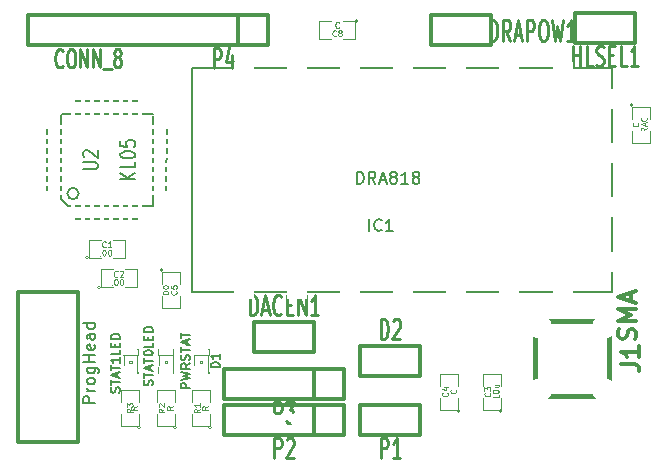
<source format=gto>
G04 (created by PCBNEW (2013-may-18)-stable) date Tue Feb  3 23:34:43 2015*
%MOIN*%
G04 Gerber Fmt 3.4, Leading zero omitted, Abs format*
%FSLAX34Y34*%
G01*
G70*
G90*
G04 APERTURE LIST*
%ADD10C,0.00590551*%
%ADD11C,0.015*%
%ADD12C,0.006*%
%ADD13C,0.0039*%
%ADD14C,0.012*%
%ADD15C,0.0026*%
%ADD16C,0.004*%
%ADD17C,0.002*%
%ADD18C,0.008*%
%ADD19C,0.0043*%
%ADD20C,0.0107*%
%ADD21C,0.01*%
%ADD22C,0.005*%
%ADD23C,0.0787*%
%ADD24R,0.0177X0.0787*%
%ADD25R,0.0787X0.0177*%
%ADD26R,0.055X0.035*%
%ADD27R,0.035X0.055*%
%ADD28R,0.055X0.055*%
%ADD29C,0.055*%
%ADD30R,0.06X0.06*%
%ADD31C,0.06*%
%ADD32R,0.0472X0.0472*%
%ADD33R,0.0708661X0.259843*%
%ADD34R,0.0708661X0.11811*%
%ADD35R,0.11811X0.0708661*%
%ADD36R,0.251968X0.251968*%
G04 APERTURE END LIST*
G54D10*
G54D11*
X150492Y-94862D02*
X150492Y-92382D01*
X150492Y-92382D02*
X152972Y-92382D01*
X152972Y-92382D02*
X152972Y-94862D01*
X152972Y-94862D02*
X150492Y-94862D01*
G54D12*
X137310Y-85027D02*
X137310Y-85477D01*
X135130Y-85027D02*
X135130Y-85467D01*
X137310Y-85027D02*
X135130Y-85027D01*
X137780Y-85907D02*
X138210Y-85907D01*
X137790Y-88117D02*
X138210Y-88117D01*
X138210Y-88127D02*
X138220Y-85907D01*
X134240Y-88107D02*
X134230Y-85937D01*
X134930Y-88537D02*
X137760Y-88537D01*
X134240Y-85927D02*
X134650Y-85927D01*
X134690Y-88287D02*
X134690Y-85507D01*
X137770Y-85487D02*
X134730Y-85487D01*
X137770Y-88537D02*
X137770Y-85537D01*
X135100Y-88987D02*
X137320Y-88987D01*
X137320Y-88987D02*
X137320Y-88537D01*
X134920Y-88533D02*
X134690Y-88303D01*
X135100Y-88985D02*
X135100Y-88533D01*
X134690Y-88107D02*
X134238Y-88107D01*
X135283Y-88125D02*
G75*
G03X135283Y-88125I-188J0D01*
G74*
G01*
G54D13*
X139720Y-95925D02*
G75*
G03X139720Y-95925I-50J0D01*
G74*
G01*
X139670Y-95475D02*
X139670Y-95875D01*
X139670Y-95875D02*
X139070Y-95875D01*
X139070Y-95875D02*
X139070Y-95475D01*
X139070Y-95075D02*
X139070Y-94675D01*
X139070Y-94675D02*
X139670Y-94675D01*
X139670Y-94675D02*
X139670Y-95075D01*
X138538Y-95925D02*
G75*
G03X138538Y-95925I-50J0D01*
G74*
G01*
X138488Y-95475D02*
X138488Y-95875D01*
X138488Y-95875D02*
X137888Y-95875D01*
X137888Y-95875D02*
X137888Y-95475D01*
X137888Y-95075D02*
X137888Y-94675D01*
X137888Y-94675D02*
X138488Y-94675D01*
X138488Y-94675D02*
X138488Y-95075D01*
X137357Y-95925D02*
G75*
G03X137357Y-95925I-50J0D01*
G74*
G01*
X137307Y-95475D02*
X137307Y-95875D01*
X137307Y-95875D02*
X136707Y-95875D01*
X136707Y-95875D02*
X136707Y-95475D01*
X136707Y-95075D02*
X136707Y-94675D01*
X136707Y-94675D02*
X137307Y-94675D01*
X137307Y-94675D02*
X137307Y-95075D01*
X147987Y-95374D02*
G75*
G03X147987Y-95374I-50J0D01*
G74*
G01*
X147937Y-94924D02*
X147937Y-95324D01*
X147937Y-95324D02*
X147337Y-95324D01*
X147337Y-95324D02*
X147337Y-94924D01*
X147337Y-94524D02*
X147337Y-94124D01*
X147337Y-94124D02*
X147937Y-94124D01*
X147937Y-94124D02*
X147937Y-94524D01*
X149405Y-95374D02*
G75*
G03X149405Y-95374I-50J0D01*
G74*
G01*
X149355Y-94924D02*
X149355Y-95324D01*
X149355Y-95324D02*
X148755Y-95324D01*
X148755Y-95324D02*
X148755Y-94924D01*
X148755Y-94524D02*
X148755Y-94124D01*
X148755Y-94124D02*
X149355Y-94124D01*
X149355Y-94124D02*
X149355Y-94524D01*
X135620Y-90260D02*
G75*
G03X135620Y-90260I-50J0D01*
G74*
G01*
X136020Y-90260D02*
X135620Y-90260D01*
X135620Y-90260D02*
X135620Y-89660D01*
X135620Y-89660D02*
X136020Y-89660D01*
X136420Y-89660D02*
X136820Y-89660D01*
X136820Y-89660D02*
X136820Y-90260D01*
X136820Y-90260D02*
X136420Y-90260D01*
X144597Y-82377D02*
G75*
G03X144597Y-82377I-50J0D01*
G74*
G01*
X144097Y-82377D02*
X144497Y-82377D01*
X144497Y-82377D02*
X144497Y-82977D01*
X144497Y-82977D02*
X144097Y-82977D01*
X143697Y-82977D02*
X143297Y-82977D01*
X143297Y-82977D02*
X143297Y-82377D01*
X143297Y-82377D02*
X143697Y-82377D01*
X136014Y-91244D02*
G75*
G03X136014Y-91244I-50J0D01*
G74*
G01*
X136414Y-91244D02*
X136014Y-91244D01*
X136014Y-91244D02*
X136014Y-90644D01*
X136014Y-90644D02*
X136414Y-90644D01*
X136814Y-90644D02*
X137214Y-90644D01*
X137214Y-90644D02*
X137214Y-91244D01*
X137214Y-91244D02*
X136814Y-91244D01*
X138096Y-90688D02*
G75*
G03X138096Y-90688I-50J0D01*
G74*
G01*
X138046Y-91138D02*
X138046Y-90738D01*
X138046Y-90738D02*
X138646Y-90738D01*
X138646Y-90738D02*
X138646Y-91138D01*
X138646Y-91538D02*
X138646Y-91938D01*
X138646Y-91938D02*
X138046Y-91938D01*
X138046Y-91938D02*
X138046Y-91538D01*
G54D14*
X141598Y-83177D02*
X133598Y-83177D01*
X133598Y-83177D02*
X133598Y-82177D01*
X133598Y-82177D02*
X141598Y-82177D01*
X141598Y-82177D02*
X141598Y-83177D01*
X140598Y-82177D02*
X140598Y-83177D01*
X144125Y-94988D02*
X144125Y-94988D01*
X144125Y-93988D02*
X144125Y-94988D01*
X144125Y-94988D02*
X144125Y-94988D01*
X144125Y-94988D02*
X140125Y-94988D01*
X140125Y-94988D02*
X140125Y-93988D01*
X140125Y-93988D02*
X144125Y-93988D01*
X143125Y-93988D02*
X143125Y-94988D01*
X144125Y-96169D02*
X144125Y-96169D01*
X144125Y-95169D02*
X144125Y-96169D01*
X144125Y-96169D02*
X144125Y-96169D01*
X144125Y-96169D02*
X140125Y-96169D01*
X140125Y-96169D02*
X140125Y-95169D01*
X140125Y-95169D02*
X144125Y-95169D01*
X143125Y-95169D02*
X143125Y-96169D01*
X153834Y-82098D02*
X153834Y-83098D01*
X153834Y-83098D02*
X151834Y-83098D01*
X151834Y-83098D02*
X151834Y-82098D01*
X151834Y-82098D02*
X153834Y-82098D01*
X141125Y-93413D02*
X141125Y-92413D01*
X141125Y-92413D02*
X143125Y-92413D01*
X143125Y-92413D02*
X143125Y-93413D01*
X143125Y-93413D02*
X141125Y-93413D01*
X147031Y-83177D02*
X147031Y-82177D01*
X147031Y-82177D02*
X149031Y-82177D01*
X149031Y-82177D02*
X149031Y-83177D01*
X149031Y-83177D02*
X147031Y-83177D01*
X144669Y-94200D02*
X144669Y-93200D01*
X144669Y-93200D02*
X146669Y-93200D01*
X146669Y-93200D02*
X146669Y-94200D01*
X146669Y-94200D02*
X144669Y-94200D01*
X146669Y-95169D02*
X146669Y-96169D01*
X146669Y-96169D02*
X144669Y-96169D01*
X144669Y-96169D02*
X144669Y-95169D01*
X144669Y-95169D02*
X146669Y-95169D01*
X133251Y-96397D02*
X133251Y-91397D01*
X133251Y-91397D02*
X135251Y-91397D01*
X135251Y-91397D02*
X135251Y-96397D01*
X135251Y-96397D02*
X133251Y-96397D01*
G54D15*
X136889Y-93896D02*
X136761Y-93896D01*
X136761Y-93896D02*
X136761Y-94093D01*
X136889Y-94093D02*
X136761Y-94093D01*
X136889Y-93896D02*
X136889Y-94093D01*
X137134Y-93896D02*
X137075Y-93896D01*
X137075Y-93896D02*
X137075Y-93995D01*
X137134Y-93995D02*
X137075Y-93995D01*
X137134Y-93896D02*
X137134Y-93995D01*
X136939Y-93896D02*
X136880Y-93896D01*
X136880Y-93896D02*
X136880Y-93995D01*
X136939Y-93995D02*
X136880Y-93995D01*
X136939Y-93896D02*
X136939Y-93995D01*
X137085Y-93896D02*
X136929Y-93896D01*
X136929Y-93896D02*
X136929Y-93965D01*
X137085Y-93965D02*
X136929Y-93965D01*
X137085Y-93896D02*
X137085Y-93965D01*
X136889Y-93307D02*
X136761Y-93307D01*
X136761Y-93307D02*
X136761Y-93504D01*
X136889Y-93504D02*
X136761Y-93504D01*
X136889Y-93307D02*
X136889Y-93504D01*
X137253Y-93307D02*
X137125Y-93307D01*
X137125Y-93307D02*
X137125Y-93504D01*
X137253Y-93504D02*
X137125Y-93504D01*
X137253Y-93307D02*
X137253Y-93504D01*
X136939Y-93405D02*
X136880Y-93405D01*
X136880Y-93405D02*
X136880Y-93504D01*
X136939Y-93504D02*
X136880Y-93504D01*
X136939Y-93405D02*
X136939Y-93504D01*
X137134Y-93405D02*
X137075Y-93405D01*
X137075Y-93405D02*
X137075Y-93504D01*
X137134Y-93504D02*
X137075Y-93504D01*
X137134Y-93405D02*
X137134Y-93504D01*
X137085Y-93435D02*
X136929Y-93435D01*
X136929Y-93435D02*
X136929Y-93504D01*
X137085Y-93504D02*
X136929Y-93504D01*
X137085Y-93435D02*
X137085Y-93504D01*
X137046Y-93700D02*
X136968Y-93700D01*
X136968Y-93700D02*
X136968Y-93778D01*
X137046Y-93778D02*
X136968Y-93778D01*
X137046Y-93700D02*
X137046Y-93778D01*
X137243Y-93896D02*
X137125Y-93896D01*
X137125Y-93896D02*
X137125Y-94014D01*
X137243Y-94014D02*
X137125Y-94014D01*
X137243Y-93896D02*
X137243Y-94014D01*
X137253Y-94064D02*
X137164Y-94064D01*
X137164Y-94064D02*
X137164Y-94093D01*
X137253Y-94093D02*
X137164Y-94093D01*
X137253Y-94064D02*
X137253Y-94093D01*
G54D16*
X136781Y-93906D02*
X136781Y-93494D01*
X137233Y-93504D02*
X137233Y-94064D01*
G54D17*
X137213Y-94034D02*
G75*
G03X137213Y-94034I-28J0D01*
G74*
G01*
G54D16*
X137144Y-94093D02*
G75*
G03X136870Y-94093I-137J0D01*
G74*
G01*
X136870Y-93307D02*
G75*
G03X137144Y-93307I137J0D01*
G74*
G01*
G54D15*
X139252Y-93896D02*
X139124Y-93896D01*
X139124Y-93896D02*
X139124Y-94093D01*
X139252Y-94093D02*
X139124Y-94093D01*
X139252Y-93896D02*
X139252Y-94093D01*
X139497Y-93896D02*
X139438Y-93896D01*
X139438Y-93896D02*
X139438Y-93995D01*
X139497Y-93995D02*
X139438Y-93995D01*
X139497Y-93896D02*
X139497Y-93995D01*
X139302Y-93896D02*
X139243Y-93896D01*
X139243Y-93896D02*
X139243Y-93995D01*
X139302Y-93995D02*
X139243Y-93995D01*
X139302Y-93896D02*
X139302Y-93995D01*
X139448Y-93896D02*
X139292Y-93896D01*
X139292Y-93896D02*
X139292Y-93965D01*
X139448Y-93965D02*
X139292Y-93965D01*
X139448Y-93896D02*
X139448Y-93965D01*
X139252Y-93307D02*
X139124Y-93307D01*
X139124Y-93307D02*
X139124Y-93504D01*
X139252Y-93504D02*
X139124Y-93504D01*
X139252Y-93307D02*
X139252Y-93504D01*
X139616Y-93307D02*
X139488Y-93307D01*
X139488Y-93307D02*
X139488Y-93504D01*
X139616Y-93504D02*
X139488Y-93504D01*
X139616Y-93307D02*
X139616Y-93504D01*
X139302Y-93405D02*
X139243Y-93405D01*
X139243Y-93405D02*
X139243Y-93504D01*
X139302Y-93504D02*
X139243Y-93504D01*
X139302Y-93405D02*
X139302Y-93504D01*
X139497Y-93405D02*
X139438Y-93405D01*
X139438Y-93405D02*
X139438Y-93504D01*
X139497Y-93504D02*
X139438Y-93504D01*
X139497Y-93405D02*
X139497Y-93504D01*
X139448Y-93435D02*
X139292Y-93435D01*
X139292Y-93435D02*
X139292Y-93504D01*
X139448Y-93504D02*
X139292Y-93504D01*
X139448Y-93435D02*
X139448Y-93504D01*
X139409Y-93700D02*
X139331Y-93700D01*
X139331Y-93700D02*
X139331Y-93778D01*
X139409Y-93778D02*
X139331Y-93778D01*
X139409Y-93700D02*
X139409Y-93778D01*
X139606Y-93896D02*
X139488Y-93896D01*
X139488Y-93896D02*
X139488Y-94014D01*
X139606Y-94014D02*
X139488Y-94014D01*
X139606Y-93896D02*
X139606Y-94014D01*
X139616Y-94064D02*
X139527Y-94064D01*
X139527Y-94064D02*
X139527Y-94093D01*
X139616Y-94093D02*
X139527Y-94093D01*
X139616Y-94064D02*
X139616Y-94093D01*
G54D16*
X139144Y-93906D02*
X139144Y-93494D01*
X139596Y-93504D02*
X139596Y-94064D01*
G54D17*
X139575Y-94034D02*
G75*
G03X139575Y-94034I-28J0D01*
G74*
G01*
G54D16*
X139507Y-94093D02*
G75*
G03X139233Y-94093I-137J0D01*
G74*
G01*
X139233Y-93307D02*
G75*
G03X139507Y-93307I137J0D01*
G74*
G01*
G54D15*
X138070Y-93896D02*
X137942Y-93896D01*
X137942Y-93896D02*
X137942Y-94093D01*
X138070Y-94093D02*
X137942Y-94093D01*
X138070Y-93896D02*
X138070Y-94093D01*
X138315Y-93896D02*
X138256Y-93896D01*
X138256Y-93896D02*
X138256Y-93995D01*
X138315Y-93995D02*
X138256Y-93995D01*
X138315Y-93896D02*
X138315Y-93995D01*
X138120Y-93896D02*
X138061Y-93896D01*
X138061Y-93896D02*
X138061Y-93995D01*
X138120Y-93995D02*
X138061Y-93995D01*
X138120Y-93896D02*
X138120Y-93995D01*
X138266Y-93896D02*
X138110Y-93896D01*
X138110Y-93896D02*
X138110Y-93965D01*
X138266Y-93965D02*
X138110Y-93965D01*
X138266Y-93896D02*
X138266Y-93965D01*
X138070Y-93307D02*
X137942Y-93307D01*
X137942Y-93307D02*
X137942Y-93504D01*
X138070Y-93504D02*
X137942Y-93504D01*
X138070Y-93307D02*
X138070Y-93504D01*
X138434Y-93307D02*
X138306Y-93307D01*
X138306Y-93307D02*
X138306Y-93504D01*
X138434Y-93504D02*
X138306Y-93504D01*
X138434Y-93307D02*
X138434Y-93504D01*
X138120Y-93405D02*
X138061Y-93405D01*
X138061Y-93405D02*
X138061Y-93504D01*
X138120Y-93504D02*
X138061Y-93504D01*
X138120Y-93405D02*
X138120Y-93504D01*
X138315Y-93405D02*
X138256Y-93405D01*
X138256Y-93405D02*
X138256Y-93504D01*
X138315Y-93504D02*
X138256Y-93504D01*
X138315Y-93405D02*
X138315Y-93504D01*
X138266Y-93435D02*
X138110Y-93435D01*
X138110Y-93435D02*
X138110Y-93504D01*
X138266Y-93504D02*
X138110Y-93504D01*
X138266Y-93435D02*
X138266Y-93504D01*
X138227Y-93700D02*
X138149Y-93700D01*
X138149Y-93700D02*
X138149Y-93778D01*
X138227Y-93778D02*
X138149Y-93778D01*
X138227Y-93700D02*
X138227Y-93778D01*
X138424Y-93896D02*
X138306Y-93896D01*
X138306Y-93896D02*
X138306Y-94014D01*
X138424Y-94014D02*
X138306Y-94014D01*
X138424Y-93896D02*
X138424Y-94014D01*
X138434Y-94064D02*
X138345Y-94064D01*
X138345Y-94064D02*
X138345Y-94093D01*
X138434Y-94093D02*
X138345Y-94093D01*
X138434Y-94064D02*
X138434Y-94093D01*
G54D16*
X137962Y-93906D02*
X137962Y-93494D01*
X138414Y-93504D02*
X138414Y-94064D01*
G54D17*
X138394Y-94034D02*
G75*
G03X138394Y-94034I-28J0D01*
G74*
G01*
G54D16*
X138325Y-94093D02*
G75*
G03X138051Y-94093I-137J0D01*
G74*
G01*
X138051Y-93307D02*
G75*
G03X138325Y-93307I137J0D01*
G74*
G01*
G54D10*
X139055Y-91417D02*
X139055Y-83937D01*
X139055Y-83937D02*
X153070Y-83937D01*
X153070Y-83937D02*
X153070Y-91417D01*
X153070Y-91417D02*
X139055Y-91417D01*
G54D13*
X153765Y-85176D02*
G75*
G03X153765Y-85176I-50J0D01*
G74*
G01*
X153715Y-85626D02*
X153715Y-85226D01*
X153715Y-85226D02*
X154315Y-85226D01*
X154315Y-85226D02*
X154315Y-85626D01*
X154315Y-86026D02*
X154315Y-86426D01*
X154315Y-86426D02*
X153715Y-86426D01*
X153715Y-86426D02*
X153715Y-86026D01*
G54D14*
X153375Y-93822D02*
X153803Y-93822D01*
X153889Y-93850D01*
X153946Y-93907D01*
X153975Y-93993D01*
X153975Y-94050D01*
X153975Y-93222D02*
X153975Y-93564D01*
X153975Y-93393D02*
X153375Y-93393D01*
X153460Y-93450D01*
X153517Y-93507D01*
X153546Y-93564D01*
X153836Y-92976D02*
X153864Y-92890D01*
X153864Y-92747D01*
X153836Y-92690D01*
X153807Y-92661D01*
X153750Y-92633D01*
X153693Y-92633D01*
X153636Y-92661D01*
X153607Y-92690D01*
X153579Y-92747D01*
X153550Y-92861D01*
X153522Y-92919D01*
X153493Y-92947D01*
X153436Y-92976D01*
X153379Y-92976D01*
X153322Y-92947D01*
X153293Y-92919D01*
X153264Y-92861D01*
X153264Y-92719D01*
X153293Y-92633D01*
X153864Y-92376D02*
X153264Y-92376D01*
X153693Y-92176D01*
X153264Y-91976D01*
X153864Y-91976D01*
X153693Y-91719D02*
X153693Y-91433D01*
X153864Y-91776D02*
X153264Y-91576D01*
X153864Y-91376D01*
G54D18*
X135422Y-87312D02*
X135827Y-87312D01*
X135875Y-87293D01*
X135899Y-87274D01*
X135922Y-87236D01*
X135922Y-87160D01*
X135899Y-87122D01*
X135875Y-87103D01*
X135827Y-87084D01*
X135422Y-87084D01*
X135470Y-86912D02*
X135446Y-86893D01*
X135422Y-86855D01*
X135422Y-86760D01*
X135446Y-86722D01*
X135470Y-86703D01*
X135518Y-86684D01*
X135565Y-86684D01*
X135637Y-86703D01*
X135922Y-86931D01*
X135922Y-86684D01*
X137172Y-87655D02*
X136672Y-87655D01*
X137172Y-87426D02*
X136887Y-87598D01*
X136672Y-87426D02*
X136958Y-87655D01*
X137172Y-87065D02*
X137172Y-87255D01*
X136672Y-87255D01*
X136672Y-86855D02*
X136672Y-86817D01*
X136696Y-86779D01*
X136720Y-86760D01*
X136768Y-86741D01*
X136863Y-86722D01*
X136982Y-86722D01*
X137077Y-86741D01*
X137125Y-86760D01*
X137149Y-86779D01*
X137172Y-86817D01*
X137172Y-86855D01*
X137149Y-86893D01*
X137125Y-86912D01*
X137077Y-86931D01*
X136982Y-86950D01*
X136863Y-86950D01*
X136768Y-86931D01*
X136720Y-86912D01*
X136696Y-86893D01*
X136672Y-86855D01*
X136672Y-86360D02*
X136672Y-86550D01*
X136910Y-86569D01*
X136887Y-86550D01*
X136863Y-86512D01*
X136863Y-86417D01*
X136887Y-86379D01*
X136910Y-86360D01*
X136958Y-86341D01*
X137077Y-86341D01*
X137125Y-86360D01*
X137149Y-86379D01*
X137172Y-86417D01*
X137172Y-86512D01*
X137149Y-86550D01*
X137125Y-86569D01*
G54D19*
X139324Y-95308D02*
X139231Y-95374D01*
X139324Y-95420D02*
X139127Y-95420D01*
X139127Y-95345D01*
X139137Y-95327D01*
X139146Y-95317D01*
X139165Y-95308D01*
X139193Y-95308D01*
X139212Y-95317D01*
X139221Y-95327D01*
X139231Y-95345D01*
X139231Y-95420D01*
X139324Y-95120D02*
X139324Y-95233D01*
X139324Y-95177D02*
X139127Y-95177D01*
X139155Y-95195D01*
X139174Y-95214D01*
X139184Y-95233D01*
X139599Y-95214D02*
X139506Y-95280D01*
X139599Y-95327D02*
X139402Y-95327D01*
X139402Y-95252D01*
X139412Y-95233D01*
X139421Y-95223D01*
X139440Y-95214D01*
X139468Y-95214D01*
X139487Y-95223D01*
X139496Y-95233D01*
X139506Y-95252D01*
X139506Y-95327D01*
X138143Y-95308D02*
X138049Y-95374D01*
X138143Y-95420D02*
X137946Y-95420D01*
X137946Y-95345D01*
X137956Y-95327D01*
X137965Y-95317D01*
X137984Y-95308D01*
X138012Y-95308D01*
X138031Y-95317D01*
X138040Y-95327D01*
X138049Y-95345D01*
X138049Y-95420D01*
X137965Y-95233D02*
X137956Y-95223D01*
X137946Y-95205D01*
X137946Y-95158D01*
X137956Y-95139D01*
X137965Y-95130D01*
X137984Y-95120D01*
X138003Y-95120D01*
X138031Y-95130D01*
X138143Y-95242D01*
X138143Y-95120D01*
X138418Y-95214D02*
X138324Y-95280D01*
X138418Y-95327D02*
X138221Y-95327D01*
X138221Y-95252D01*
X138231Y-95233D01*
X138240Y-95223D01*
X138259Y-95214D01*
X138287Y-95214D01*
X138306Y-95223D01*
X138315Y-95233D01*
X138324Y-95252D01*
X138324Y-95327D01*
X137087Y-95308D02*
X136993Y-95374D01*
X137087Y-95420D02*
X136890Y-95420D01*
X136890Y-95345D01*
X136899Y-95327D01*
X136909Y-95317D01*
X136928Y-95308D01*
X136956Y-95308D01*
X136975Y-95317D01*
X136984Y-95327D01*
X136993Y-95345D01*
X136993Y-95420D01*
X136890Y-95242D02*
X136890Y-95120D01*
X136965Y-95186D01*
X136965Y-95158D01*
X136975Y-95139D01*
X136984Y-95130D01*
X137003Y-95120D01*
X137050Y-95120D01*
X137068Y-95130D01*
X137078Y-95139D01*
X137087Y-95158D01*
X137087Y-95214D01*
X137078Y-95233D01*
X137068Y-95242D01*
X137237Y-95214D02*
X137143Y-95280D01*
X137237Y-95327D02*
X137040Y-95327D01*
X137040Y-95252D01*
X137049Y-95233D01*
X137059Y-95223D01*
X137078Y-95214D01*
X137106Y-95214D01*
X137125Y-95223D01*
X137134Y-95233D01*
X137143Y-95252D01*
X137143Y-95327D01*
X147573Y-94757D02*
X147583Y-94766D01*
X147592Y-94794D01*
X147592Y-94813D01*
X147583Y-94841D01*
X147564Y-94860D01*
X147545Y-94869D01*
X147508Y-94879D01*
X147479Y-94879D01*
X147442Y-94869D01*
X147423Y-94860D01*
X147404Y-94841D01*
X147395Y-94813D01*
X147395Y-94794D01*
X147404Y-94766D01*
X147414Y-94757D01*
X147461Y-94588D02*
X147592Y-94588D01*
X147386Y-94635D02*
X147526Y-94682D01*
X147526Y-94560D01*
X147848Y-94663D02*
X147858Y-94672D01*
X147867Y-94700D01*
X147867Y-94719D01*
X147858Y-94747D01*
X147839Y-94766D01*
X147820Y-94776D01*
X147783Y-94785D01*
X147754Y-94785D01*
X147717Y-94776D01*
X147698Y-94766D01*
X147679Y-94747D01*
X147670Y-94719D01*
X147670Y-94700D01*
X147679Y-94672D01*
X147689Y-94663D01*
X148991Y-94757D02*
X149000Y-94766D01*
X149009Y-94794D01*
X149009Y-94813D01*
X149000Y-94841D01*
X148981Y-94860D01*
X148962Y-94869D01*
X148925Y-94879D01*
X148897Y-94879D01*
X148859Y-94869D01*
X148840Y-94860D01*
X148822Y-94841D01*
X148812Y-94813D01*
X148812Y-94794D01*
X148822Y-94766D01*
X148831Y-94757D01*
X148812Y-94691D02*
X148812Y-94569D01*
X148887Y-94635D01*
X148887Y-94607D01*
X148897Y-94588D01*
X148906Y-94579D01*
X148925Y-94569D01*
X148972Y-94569D01*
X148991Y-94579D01*
X149000Y-94588D01*
X149009Y-94607D01*
X149009Y-94663D01*
X149000Y-94682D01*
X148991Y-94691D01*
X149284Y-94851D02*
X149284Y-94963D01*
X149284Y-94907D02*
X149087Y-94907D01*
X149115Y-94926D01*
X149134Y-94944D01*
X149144Y-94963D01*
X149087Y-94729D02*
X149087Y-94710D01*
X149097Y-94691D01*
X149106Y-94682D01*
X149125Y-94672D01*
X149162Y-94663D01*
X149209Y-94663D01*
X149247Y-94672D01*
X149266Y-94682D01*
X149275Y-94691D01*
X149284Y-94710D01*
X149284Y-94729D01*
X149275Y-94747D01*
X149266Y-94757D01*
X149247Y-94766D01*
X149209Y-94776D01*
X149162Y-94776D01*
X149125Y-94766D01*
X149106Y-94757D01*
X149097Y-94747D01*
X149087Y-94729D01*
X149153Y-94494D02*
X149284Y-94494D01*
X149153Y-94579D02*
X149256Y-94579D01*
X149275Y-94569D01*
X149284Y-94550D01*
X149284Y-94522D01*
X149275Y-94503D01*
X149266Y-94494D01*
X136187Y-89896D02*
X136178Y-89905D01*
X136150Y-89915D01*
X136131Y-89915D01*
X136103Y-89905D01*
X136084Y-89887D01*
X136075Y-89868D01*
X136065Y-89830D01*
X136065Y-89802D01*
X136075Y-89765D01*
X136084Y-89746D01*
X136103Y-89727D01*
X136131Y-89718D01*
X136150Y-89718D01*
X136178Y-89727D01*
X136187Y-89737D01*
X136375Y-89915D02*
X136262Y-89915D01*
X136318Y-89915D02*
X136318Y-89718D01*
X136300Y-89746D01*
X136281Y-89765D01*
X136262Y-89774D01*
X136000Y-90190D02*
X135887Y-90190D01*
X135943Y-90190D02*
X135943Y-89993D01*
X135924Y-90021D01*
X135906Y-90040D01*
X135887Y-90049D01*
X136121Y-89993D02*
X136140Y-89993D01*
X136159Y-90002D01*
X136168Y-90012D01*
X136178Y-90030D01*
X136187Y-90068D01*
X136187Y-90115D01*
X136178Y-90152D01*
X136168Y-90171D01*
X136159Y-90180D01*
X136140Y-90190D01*
X136121Y-90190D01*
X136103Y-90180D01*
X136093Y-90171D01*
X136084Y-90152D01*
X136075Y-90115D01*
X136075Y-90068D01*
X136084Y-90030D01*
X136093Y-90012D01*
X136103Y-90002D01*
X136121Y-89993D01*
X136309Y-89993D02*
X136328Y-89993D01*
X136347Y-90002D01*
X136356Y-90012D01*
X136365Y-90030D01*
X136375Y-90068D01*
X136375Y-90115D01*
X136365Y-90152D01*
X136356Y-90171D01*
X136347Y-90180D01*
X136328Y-90190D01*
X136309Y-90190D01*
X136290Y-90180D01*
X136281Y-90171D01*
X136272Y-90152D01*
X136262Y-90115D01*
X136262Y-90068D01*
X136272Y-90030D01*
X136281Y-90012D01*
X136290Y-90002D01*
X136309Y-89993D01*
X136459Y-90059D02*
X136459Y-90190D01*
X136459Y-90077D02*
X136469Y-90068D01*
X136487Y-90059D01*
X136515Y-90059D01*
X136534Y-90068D01*
X136544Y-90087D01*
X136544Y-90190D01*
X143864Y-82863D02*
X143855Y-82872D01*
X143827Y-82881D01*
X143808Y-82881D01*
X143780Y-82872D01*
X143761Y-82853D01*
X143752Y-82834D01*
X143742Y-82797D01*
X143742Y-82769D01*
X143752Y-82731D01*
X143761Y-82713D01*
X143780Y-82694D01*
X143808Y-82684D01*
X143827Y-82684D01*
X143855Y-82694D01*
X143864Y-82703D01*
X143977Y-82769D02*
X143958Y-82759D01*
X143949Y-82750D01*
X143939Y-82731D01*
X143939Y-82722D01*
X143949Y-82703D01*
X143958Y-82694D01*
X143977Y-82684D01*
X144014Y-82684D01*
X144033Y-82694D01*
X144043Y-82703D01*
X144052Y-82722D01*
X144052Y-82731D01*
X144043Y-82750D01*
X144033Y-82759D01*
X144014Y-82769D01*
X143977Y-82769D01*
X143958Y-82778D01*
X143949Y-82788D01*
X143939Y-82806D01*
X143939Y-82844D01*
X143949Y-82863D01*
X143958Y-82872D01*
X143977Y-82881D01*
X144014Y-82881D01*
X144033Y-82872D01*
X144043Y-82863D01*
X144052Y-82844D01*
X144052Y-82806D01*
X144043Y-82788D01*
X144033Y-82778D01*
X144014Y-82769D01*
X143958Y-82588D02*
X143949Y-82597D01*
X143921Y-82606D01*
X143902Y-82606D01*
X143874Y-82597D01*
X143855Y-82578D01*
X143846Y-82559D01*
X143836Y-82522D01*
X143836Y-82494D01*
X143846Y-82456D01*
X143855Y-82438D01*
X143874Y-82419D01*
X143902Y-82409D01*
X143921Y-82409D01*
X143949Y-82419D01*
X143958Y-82428D01*
X136581Y-90880D02*
X136571Y-90890D01*
X136543Y-90899D01*
X136525Y-90899D01*
X136496Y-90890D01*
X136478Y-90871D01*
X136468Y-90852D01*
X136459Y-90815D01*
X136459Y-90787D01*
X136468Y-90749D01*
X136478Y-90730D01*
X136496Y-90712D01*
X136525Y-90702D01*
X136543Y-90702D01*
X136571Y-90712D01*
X136581Y-90721D01*
X136656Y-90721D02*
X136665Y-90712D01*
X136684Y-90702D01*
X136731Y-90702D01*
X136750Y-90712D01*
X136759Y-90721D01*
X136768Y-90740D01*
X136768Y-90758D01*
X136759Y-90787D01*
X136647Y-90899D01*
X136768Y-90899D01*
X136393Y-91174D02*
X136281Y-91174D01*
X136337Y-91174D02*
X136337Y-90977D01*
X136318Y-91005D01*
X136299Y-91024D01*
X136281Y-91033D01*
X136515Y-90977D02*
X136534Y-90977D01*
X136553Y-90987D01*
X136562Y-90996D01*
X136571Y-91015D01*
X136581Y-91052D01*
X136581Y-91099D01*
X136571Y-91137D01*
X136562Y-91155D01*
X136553Y-91165D01*
X136534Y-91174D01*
X136515Y-91174D01*
X136496Y-91165D01*
X136487Y-91155D01*
X136478Y-91137D01*
X136468Y-91099D01*
X136468Y-91052D01*
X136478Y-91015D01*
X136487Y-90996D01*
X136496Y-90987D01*
X136515Y-90977D01*
X136703Y-90977D02*
X136722Y-90977D01*
X136740Y-90987D01*
X136750Y-90996D01*
X136759Y-91015D01*
X136768Y-91052D01*
X136768Y-91099D01*
X136759Y-91137D01*
X136750Y-91155D01*
X136740Y-91165D01*
X136722Y-91174D01*
X136703Y-91174D01*
X136684Y-91165D01*
X136675Y-91155D01*
X136665Y-91137D01*
X136656Y-91099D01*
X136656Y-91052D01*
X136665Y-91015D01*
X136675Y-90996D01*
X136684Y-90987D01*
X136703Y-90977D01*
X136853Y-91043D02*
X136853Y-91174D01*
X136853Y-91062D02*
X136862Y-91052D01*
X136881Y-91043D01*
X136909Y-91043D01*
X136928Y-91052D01*
X136937Y-91071D01*
X136937Y-91174D01*
X138532Y-91371D02*
X138541Y-91380D01*
X138551Y-91408D01*
X138551Y-91427D01*
X138541Y-91455D01*
X138523Y-91474D01*
X138504Y-91483D01*
X138466Y-91493D01*
X138438Y-91493D01*
X138401Y-91483D01*
X138382Y-91474D01*
X138363Y-91455D01*
X138354Y-91427D01*
X138354Y-91408D01*
X138363Y-91380D01*
X138372Y-91371D01*
X138354Y-91193D02*
X138354Y-91286D01*
X138448Y-91296D01*
X138438Y-91286D01*
X138429Y-91268D01*
X138429Y-91221D01*
X138438Y-91202D01*
X138448Y-91193D01*
X138466Y-91183D01*
X138513Y-91183D01*
X138532Y-91193D01*
X138541Y-91202D01*
X138551Y-91221D01*
X138551Y-91268D01*
X138541Y-91286D01*
X138532Y-91296D01*
X138276Y-91559D02*
X138276Y-91671D01*
X138276Y-91615D02*
X138079Y-91615D01*
X138107Y-91634D01*
X138126Y-91652D01*
X138135Y-91671D01*
X138079Y-91437D02*
X138079Y-91418D01*
X138088Y-91399D01*
X138097Y-91390D01*
X138116Y-91380D01*
X138154Y-91371D01*
X138201Y-91371D01*
X138238Y-91380D01*
X138257Y-91390D01*
X138266Y-91399D01*
X138276Y-91418D01*
X138276Y-91437D01*
X138266Y-91455D01*
X138257Y-91465D01*
X138238Y-91474D01*
X138201Y-91483D01*
X138154Y-91483D01*
X138116Y-91474D01*
X138097Y-91465D01*
X138088Y-91455D01*
X138079Y-91437D01*
X138079Y-91249D02*
X138079Y-91230D01*
X138088Y-91211D01*
X138097Y-91202D01*
X138116Y-91193D01*
X138154Y-91183D01*
X138201Y-91183D01*
X138238Y-91193D01*
X138257Y-91202D01*
X138266Y-91211D01*
X138276Y-91230D01*
X138276Y-91249D01*
X138266Y-91268D01*
X138257Y-91277D01*
X138238Y-91286D01*
X138201Y-91296D01*
X138154Y-91296D01*
X138116Y-91286D01*
X138097Y-91277D01*
X138088Y-91268D01*
X138079Y-91249D01*
X138144Y-91014D02*
X138276Y-91014D01*
X138144Y-91099D02*
X138248Y-91099D01*
X138266Y-91089D01*
X138276Y-91071D01*
X138276Y-91043D01*
X138266Y-91024D01*
X138257Y-91014D01*
G54D20*
X139782Y-83952D02*
X139782Y-83271D01*
X139945Y-83271D01*
X139986Y-83304D01*
X140006Y-83336D01*
X140027Y-83401D01*
X140027Y-83498D01*
X140006Y-83563D01*
X139986Y-83596D01*
X139945Y-83628D01*
X139782Y-83628D01*
X140393Y-83498D02*
X140393Y-83952D01*
X140292Y-83239D02*
X140190Y-83725D01*
X140455Y-83725D01*
G54D14*
G54D21*
X134750Y-83862D02*
X134731Y-83891D01*
X134674Y-83920D01*
X134636Y-83920D01*
X134579Y-83891D01*
X134541Y-83834D01*
X134522Y-83777D01*
X134503Y-83662D01*
X134503Y-83577D01*
X134522Y-83462D01*
X134541Y-83405D01*
X134579Y-83348D01*
X134636Y-83320D01*
X134674Y-83320D01*
X134731Y-83348D01*
X134750Y-83377D01*
X134998Y-83320D02*
X135074Y-83320D01*
X135112Y-83348D01*
X135150Y-83405D01*
X135169Y-83520D01*
X135169Y-83720D01*
X135150Y-83834D01*
X135112Y-83891D01*
X135074Y-83920D01*
X134998Y-83920D01*
X134960Y-83891D01*
X134922Y-83834D01*
X134903Y-83720D01*
X134903Y-83520D01*
X134922Y-83405D01*
X134960Y-83348D01*
X134998Y-83320D01*
X135341Y-83920D02*
X135341Y-83320D01*
X135569Y-83920D01*
X135569Y-83320D01*
X135760Y-83920D02*
X135760Y-83320D01*
X135988Y-83920D01*
X135988Y-83320D01*
X136084Y-83977D02*
X136388Y-83977D01*
X136541Y-83577D02*
X136503Y-83548D01*
X136484Y-83520D01*
X136465Y-83462D01*
X136465Y-83434D01*
X136484Y-83377D01*
X136503Y-83348D01*
X136541Y-83320D01*
X136617Y-83320D01*
X136655Y-83348D01*
X136674Y-83377D01*
X136693Y-83434D01*
X136693Y-83462D01*
X136674Y-83520D01*
X136655Y-83548D01*
X136617Y-83577D01*
X136541Y-83577D01*
X136503Y-83605D01*
X136484Y-83634D01*
X136465Y-83691D01*
X136465Y-83805D01*
X136484Y-83862D01*
X136503Y-83891D01*
X136541Y-83920D01*
X136617Y-83920D01*
X136655Y-83891D01*
X136674Y-83862D01*
X136693Y-83805D01*
X136693Y-83691D01*
X136674Y-83634D01*
X136655Y-83605D01*
X136617Y-83577D01*
G54D14*
G54D20*
X141810Y-95764D02*
X141810Y-95081D01*
X141973Y-95081D01*
X142013Y-95114D01*
X142034Y-95146D01*
X142054Y-95211D01*
X142054Y-95309D01*
X142034Y-95374D01*
X142013Y-95406D01*
X141973Y-95439D01*
X141810Y-95439D01*
X142197Y-95081D02*
X142462Y-95081D01*
X142319Y-95341D01*
X142380Y-95341D01*
X142421Y-95374D01*
X142441Y-95406D01*
X142462Y-95471D01*
X142462Y-95634D01*
X142441Y-95699D01*
X142421Y-95732D01*
X142380Y-95764D01*
X142258Y-95764D01*
X142217Y-95732D01*
X142197Y-95699D01*
G54D14*
G54D20*
X141810Y-96945D02*
X141810Y-96262D01*
X141973Y-96262D01*
X142013Y-96295D01*
X142034Y-96327D01*
X142054Y-96392D01*
X142054Y-96490D01*
X142034Y-96555D01*
X142013Y-96587D01*
X141973Y-96620D01*
X141810Y-96620D01*
X142217Y-96327D02*
X142238Y-96295D01*
X142278Y-96262D01*
X142380Y-96262D01*
X142421Y-96295D01*
X142441Y-96327D01*
X142462Y-96392D01*
X142462Y-96457D01*
X142441Y-96555D01*
X142197Y-96945D01*
X142462Y-96945D01*
G54D14*
G54D20*
X151764Y-83874D02*
X151764Y-83193D01*
X151764Y-83517D02*
X152009Y-83517D01*
X152009Y-83874D02*
X152009Y-83193D01*
X152416Y-83874D02*
X152213Y-83874D01*
X152213Y-83193D01*
X152539Y-83841D02*
X152600Y-83874D01*
X152702Y-83874D01*
X152742Y-83841D01*
X152763Y-83809D01*
X152783Y-83744D01*
X152783Y-83679D01*
X152763Y-83614D01*
X152742Y-83582D01*
X152702Y-83549D01*
X152620Y-83517D01*
X152579Y-83484D01*
X152559Y-83452D01*
X152539Y-83387D01*
X152539Y-83322D01*
X152559Y-83257D01*
X152579Y-83225D01*
X152620Y-83193D01*
X152722Y-83193D01*
X152783Y-83225D01*
X152967Y-83517D02*
X153109Y-83517D01*
X153170Y-83874D02*
X152967Y-83874D01*
X152967Y-83193D01*
X153170Y-83193D01*
X153558Y-83874D02*
X153354Y-83874D01*
X153354Y-83193D01*
X153925Y-83874D02*
X153680Y-83874D01*
X153802Y-83874D02*
X153802Y-83193D01*
X153761Y-83290D01*
X153721Y-83355D01*
X153680Y-83387D01*
G54D14*
G54D20*
X140994Y-92189D02*
X140994Y-91508D01*
X141096Y-91508D01*
X141157Y-91540D01*
X141198Y-91605D01*
X141219Y-91670D01*
X141239Y-91799D01*
X141239Y-91897D01*
X141219Y-92026D01*
X141198Y-92091D01*
X141157Y-92156D01*
X141096Y-92189D01*
X140994Y-92189D01*
X141402Y-91994D02*
X141606Y-91994D01*
X141361Y-92189D02*
X141504Y-91508D01*
X141647Y-92189D01*
X142034Y-92124D02*
X142013Y-92156D01*
X141952Y-92189D01*
X141911Y-92189D01*
X141850Y-92156D01*
X141810Y-92091D01*
X141789Y-92026D01*
X141769Y-91897D01*
X141769Y-91799D01*
X141789Y-91670D01*
X141810Y-91605D01*
X141850Y-91540D01*
X141911Y-91508D01*
X141952Y-91508D01*
X142013Y-91540D01*
X142034Y-91572D01*
X142217Y-91832D02*
X142360Y-91832D01*
X142421Y-92189D02*
X142217Y-92189D01*
X142217Y-91508D01*
X142421Y-91508D01*
X142604Y-92189D02*
X142604Y-91508D01*
X142849Y-92189D01*
X142849Y-91508D01*
X143277Y-92189D02*
X143032Y-92189D01*
X143155Y-92189D02*
X143155Y-91508D01*
X143114Y-91605D01*
X143073Y-91670D01*
X143032Y-91702D01*
G54D14*
G54D20*
X148997Y-83031D02*
X148997Y-82350D01*
X149099Y-82350D01*
X149160Y-82382D01*
X149201Y-82447D01*
X149221Y-82512D01*
X149242Y-82642D01*
X149242Y-82739D01*
X149221Y-82869D01*
X149201Y-82934D01*
X149160Y-82999D01*
X149099Y-83031D01*
X148997Y-83031D01*
X149670Y-83031D02*
X149527Y-82707D01*
X149425Y-83031D02*
X149425Y-82350D01*
X149588Y-82350D01*
X149629Y-82382D01*
X149649Y-82415D01*
X149670Y-82480D01*
X149670Y-82577D01*
X149649Y-82642D01*
X149629Y-82674D01*
X149588Y-82707D01*
X149425Y-82707D01*
X149833Y-82836D02*
X150037Y-82836D01*
X149792Y-83031D02*
X149935Y-82350D01*
X150077Y-83031D01*
X150220Y-83031D02*
X150220Y-82350D01*
X150383Y-82350D01*
X150424Y-82382D01*
X150444Y-82415D01*
X150465Y-82480D01*
X150465Y-82577D01*
X150444Y-82642D01*
X150424Y-82674D01*
X150383Y-82707D01*
X150220Y-82707D01*
X150729Y-82350D02*
X150811Y-82350D01*
X150852Y-82382D01*
X150893Y-82447D01*
X150913Y-82577D01*
X150913Y-82804D01*
X150893Y-82934D01*
X150852Y-82999D01*
X150811Y-83031D01*
X150729Y-83031D01*
X150689Y-82999D01*
X150648Y-82934D01*
X150628Y-82804D01*
X150628Y-82577D01*
X150648Y-82447D01*
X150689Y-82382D01*
X150729Y-82350D01*
X151056Y-82350D02*
X151157Y-83031D01*
X151239Y-82545D01*
X151321Y-83031D01*
X151422Y-82350D01*
X151810Y-83031D02*
X151565Y-83031D01*
X151687Y-83031D02*
X151687Y-82350D01*
X151647Y-82447D01*
X151606Y-82512D01*
X151565Y-82545D01*
G54D14*
G54D20*
X145353Y-92976D02*
X145353Y-92295D01*
X145455Y-92295D01*
X145516Y-92327D01*
X145557Y-92392D01*
X145577Y-92457D01*
X145597Y-92587D01*
X145597Y-92684D01*
X145577Y-92814D01*
X145557Y-92879D01*
X145516Y-92944D01*
X145455Y-92976D01*
X145353Y-92976D01*
X145761Y-92360D02*
X145781Y-92327D01*
X145822Y-92295D01*
X145924Y-92295D01*
X145964Y-92327D01*
X145985Y-92360D01*
X146005Y-92425D01*
X146005Y-92490D01*
X145985Y-92587D01*
X145740Y-92976D01*
X146005Y-92976D01*
G54D14*
G54D20*
X145353Y-96944D02*
X145353Y-96263D01*
X145516Y-96263D01*
X145557Y-96296D01*
X145577Y-96328D01*
X145597Y-96393D01*
X145597Y-96490D01*
X145577Y-96555D01*
X145557Y-96588D01*
X145516Y-96620D01*
X145353Y-96620D01*
X146005Y-96944D02*
X145761Y-96944D01*
X145883Y-96944D02*
X145883Y-96263D01*
X145842Y-96361D01*
X145801Y-96426D01*
X145761Y-96458D01*
G54D14*
G54D18*
X135831Y-95112D02*
X135431Y-95112D01*
X135431Y-94960D01*
X135450Y-94922D01*
X135469Y-94903D01*
X135507Y-94884D01*
X135564Y-94884D01*
X135602Y-94903D01*
X135621Y-94922D01*
X135640Y-94960D01*
X135640Y-95112D01*
X135831Y-94712D02*
X135564Y-94712D01*
X135640Y-94712D02*
X135602Y-94693D01*
X135583Y-94674D01*
X135564Y-94636D01*
X135564Y-94598D01*
X135831Y-94408D02*
X135812Y-94446D01*
X135793Y-94465D01*
X135755Y-94484D01*
X135640Y-94484D01*
X135602Y-94465D01*
X135583Y-94446D01*
X135564Y-94408D01*
X135564Y-94350D01*
X135583Y-94312D01*
X135602Y-94293D01*
X135640Y-94274D01*
X135755Y-94274D01*
X135793Y-94293D01*
X135812Y-94312D01*
X135831Y-94350D01*
X135831Y-94408D01*
X135564Y-93931D02*
X135888Y-93931D01*
X135926Y-93950D01*
X135945Y-93970D01*
X135964Y-94008D01*
X135964Y-94065D01*
X135945Y-94103D01*
X135812Y-93931D02*
X135831Y-93970D01*
X135831Y-94046D01*
X135812Y-94084D01*
X135793Y-94103D01*
X135755Y-94122D01*
X135640Y-94122D01*
X135602Y-94103D01*
X135583Y-94084D01*
X135564Y-94046D01*
X135564Y-93970D01*
X135583Y-93931D01*
X135831Y-93741D02*
X135431Y-93741D01*
X135621Y-93741D02*
X135621Y-93512D01*
X135831Y-93512D02*
X135431Y-93512D01*
X135812Y-93170D02*
X135831Y-93208D01*
X135831Y-93284D01*
X135812Y-93322D01*
X135774Y-93341D01*
X135621Y-93341D01*
X135583Y-93322D01*
X135564Y-93284D01*
X135564Y-93208D01*
X135583Y-93170D01*
X135621Y-93150D01*
X135659Y-93150D01*
X135697Y-93341D01*
X135831Y-92808D02*
X135621Y-92808D01*
X135583Y-92827D01*
X135564Y-92865D01*
X135564Y-92941D01*
X135583Y-92979D01*
X135812Y-92808D02*
X135831Y-92846D01*
X135831Y-92941D01*
X135812Y-92979D01*
X135774Y-92998D01*
X135735Y-92998D01*
X135697Y-92979D01*
X135678Y-92941D01*
X135678Y-92846D01*
X135659Y-92808D01*
X135831Y-92446D02*
X135431Y-92446D01*
X135812Y-92446D02*
X135831Y-92484D01*
X135831Y-92560D01*
X135812Y-92598D01*
X135793Y-92617D01*
X135755Y-92636D01*
X135640Y-92636D01*
X135602Y-92617D01*
X135583Y-92598D01*
X135564Y-92560D01*
X135564Y-92484D01*
X135583Y-92446D01*
G54D22*
X136642Y-94758D02*
X136656Y-94716D01*
X136656Y-94644D01*
X136642Y-94616D01*
X136628Y-94601D01*
X136599Y-94587D01*
X136571Y-94587D01*
X136542Y-94601D01*
X136528Y-94616D01*
X136514Y-94644D01*
X136499Y-94701D01*
X136485Y-94730D01*
X136471Y-94744D01*
X136442Y-94758D01*
X136414Y-94758D01*
X136385Y-94744D01*
X136371Y-94730D01*
X136356Y-94701D01*
X136356Y-94630D01*
X136371Y-94587D01*
X136356Y-94501D02*
X136356Y-94330D01*
X136656Y-94416D02*
X136356Y-94416D01*
X136571Y-94244D02*
X136571Y-94101D01*
X136656Y-94273D02*
X136356Y-94173D01*
X136656Y-94073D01*
X136356Y-94016D02*
X136356Y-93844D01*
X136656Y-93930D02*
X136356Y-93930D01*
X136656Y-93587D02*
X136656Y-93758D01*
X136656Y-93673D02*
X136356Y-93673D01*
X136399Y-93701D01*
X136428Y-93730D01*
X136442Y-93758D01*
X136656Y-93342D02*
X136656Y-93485D01*
X136356Y-93485D01*
X136499Y-93242D02*
X136499Y-93142D01*
X136656Y-93099D02*
X136656Y-93242D01*
X136356Y-93242D01*
X136356Y-93099D01*
X136656Y-92971D02*
X136356Y-92971D01*
X136356Y-92899D01*
X136371Y-92856D01*
X136399Y-92828D01*
X136428Y-92813D01*
X136485Y-92799D01*
X136528Y-92799D01*
X136585Y-92813D01*
X136614Y-92828D01*
X136642Y-92856D01*
X136656Y-92899D01*
X136656Y-92971D01*
X139991Y-93922D02*
X139691Y-93922D01*
X139691Y-93850D01*
X139705Y-93807D01*
X139734Y-93779D01*
X139762Y-93765D01*
X139820Y-93750D01*
X139862Y-93750D01*
X139920Y-93765D01*
X139948Y-93779D01*
X139977Y-93807D01*
X139991Y-93850D01*
X139991Y-93922D01*
X139991Y-93465D02*
X139991Y-93636D01*
X139991Y-93550D02*
X139691Y-93550D01*
X139734Y-93579D01*
X139762Y-93607D01*
X139777Y-93636D01*
X138991Y-94600D02*
X138691Y-94600D01*
X138691Y-94486D01*
X138705Y-94457D01*
X138720Y-94443D01*
X138748Y-94429D01*
X138791Y-94429D01*
X138820Y-94443D01*
X138834Y-94457D01*
X138848Y-94486D01*
X138848Y-94600D01*
X138691Y-94329D02*
X138991Y-94257D01*
X138777Y-94200D01*
X138991Y-94143D01*
X138691Y-94072D01*
X138991Y-93786D02*
X138848Y-93886D01*
X138991Y-93957D02*
X138691Y-93957D01*
X138691Y-93843D01*
X138705Y-93815D01*
X138720Y-93800D01*
X138748Y-93786D01*
X138791Y-93786D01*
X138820Y-93800D01*
X138834Y-93815D01*
X138848Y-93843D01*
X138848Y-93957D01*
X138977Y-93672D02*
X138991Y-93629D01*
X138991Y-93557D01*
X138977Y-93529D01*
X138962Y-93515D01*
X138934Y-93500D01*
X138905Y-93500D01*
X138877Y-93515D01*
X138862Y-93529D01*
X138848Y-93557D01*
X138834Y-93615D01*
X138820Y-93643D01*
X138805Y-93657D01*
X138777Y-93672D01*
X138748Y-93672D01*
X138720Y-93657D01*
X138705Y-93643D01*
X138691Y-93615D01*
X138691Y-93543D01*
X138705Y-93500D01*
X138691Y-93415D02*
X138691Y-93243D01*
X138991Y-93329D02*
X138691Y-93329D01*
X138905Y-93157D02*
X138905Y-93015D01*
X138991Y-93186D02*
X138691Y-93086D01*
X138991Y-92986D01*
X138691Y-92929D02*
X138691Y-92757D01*
X138991Y-92843D02*
X138691Y-92843D01*
X137744Y-94522D02*
X137759Y-94479D01*
X137759Y-94408D01*
X137744Y-94379D01*
X137730Y-94365D01*
X137702Y-94351D01*
X137673Y-94351D01*
X137644Y-94365D01*
X137630Y-94379D01*
X137616Y-94408D01*
X137602Y-94465D01*
X137587Y-94494D01*
X137573Y-94508D01*
X137544Y-94522D01*
X137516Y-94522D01*
X137487Y-94508D01*
X137473Y-94494D01*
X137459Y-94465D01*
X137459Y-94394D01*
X137473Y-94351D01*
X137459Y-94265D02*
X137459Y-94094D01*
X137759Y-94179D02*
X137459Y-94179D01*
X137673Y-94008D02*
X137673Y-93865D01*
X137759Y-94037D02*
X137459Y-93937D01*
X137759Y-93837D01*
X137459Y-93779D02*
X137459Y-93608D01*
X137759Y-93694D02*
X137459Y-93694D01*
X137459Y-93451D02*
X137459Y-93422D01*
X137473Y-93394D01*
X137487Y-93379D01*
X137516Y-93365D01*
X137573Y-93351D01*
X137644Y-93351D01*
X137702Y-93365D01*
X137730Y-93379D01*
X137744Y-93394D01*
X137759Y-93422D01*
X137759Y-93451D01*
X137744Y-93479D01*
X137730Y-93494D01*
X137702Y-93508D01*
X137644Y-93522D01*
X137573Y-93522D01*
X137516Y-93508D01*
X137487Y-93494D01*
X137473Y-93479D01*
X137459Y-93451D01*
X137759Y-93106D02*
X137759Y-93249D01*
X137459Y-93249D01*
X137602Y-93006D02*
X137602Y-92906D01*
X137759Y-92863D02*
X137759Y-93006D01*
X137459Y-93006D01*
X137459Y-92863D01*
X137759Y-92734D02*
X137459Y-92734D01*
X137459Y-92663D01*
X137473Y-92620D01*
X137502Y-92591D01*
X137530Y-92577D01*
X137587Y-92563D01*
X137630Y-92563D01*
X137687Y-92577D01*
X137716Y-92591D01*
X137744Y-92620D01*
X137759Y-92663D01*
X137759Y-92734D01*
G54D10*
X144970Y-89371D02*
X144970Y-88978D01*
X145382Y-89334D02*
X145363Y-89353D01*
X145307Y-89371D01*
X145269Y-89371D01*
X145213Y-89353D01*
X145176Y-89315D01*
X145157Y-89278D01*
X145138Y-89203D01*
X145138Y-89146D01*
X145157Y-89071D01*
X145176Y-89034D01*
X145213Y-88997D01*
X145269Y-88978D01*
X145307Y-88978D01*
X145363Y-88997D01*
X145382Y-89015D01*
X145757Y-89371D02*
X145532Y-89371D01*
X145644Y-89371D02*
X145644Y-88978D01*
X145607Y-89034D01*
X145569Y-89071D01*
X145532Y-89090D01*
X144559Y-87797D02*
X144559Y-87403D01*
X144653Y-87403D01*
X144709Y-87422D01*
X144746Y-87459D01*
X144765Y-87497D01*
X144784Y-87572D01*
X144784Y-87628D01*
X144765Y-87703D01*
X144746Y-87740D01*
X144709Y-87778D01*
X144653Y-87797D01*
X144559Y-87797D01*
X145178Y-87797D02*
X145046Y-87609D01*
X144953Y-87797D02*
X144953Y-87403D01*
X145103Y-87403D01*
X145140Y-87422D01*
X145159Y-87440D01*
X145178Y-87478D01*
X145178Y-87534D01*
X145159Y-87572D01*
X145140Y-87590D01*
X145103Y-87609D01*
X144953Y-87609D01*
X145328Y-87684D02*
X145515Y-87684D01*
X145290Y-87797D02*
X145421Y-87403D01*
X145553Y-87797D01*
X145740Y-87572D02*
X145703Y-87553D01*
X145684Y-87534D01*
X145665Y-87497D01*
X145665Y-87478D01*
X145684Y-87440D01*
X145703Y-87422D01*
X145740Y-87403D01*
X145815Y-87403D01*
X145853Y-87422D01*
X145871Y-87440D01*
X145890Y-87478D01*
X145890Y-87497D01*
X145871Y-87534D01*
X145853Y-87553D01*
X145815Y-87572D01*
X145740Y-87572D01*
X145703Y-87590D01*
X145684Y-87609D01*
X145665Y-87647D01*
X145665Y-87722D01*
X145684Y-87759D01*
X145703Y-87778D01*
X145740Y-87797D01*
X145815Y-87797D01*
X145853Y-87778D01*
X145871Y-87759D01*
X145890Y-87722D01*
X145890Y-87647D01*
X145871Y-87609D01*
X145853Y-87590D01*
X145815Y-87572D01*
X146265Y-87797D02*
X146040Y-87797D01*
X146152Y-87797D02*
X146152Y-87403D01*
X146115Y-87459D01*
X146077Y-87497D01*
X146040Y-87515D01*
X146490Y-87572D02*
X146452Y-87553D01*
X146434Y-87534D01*
X146415Y-87497D01*
X146415Y-87478D01*
X146434Y-87440D01*
X146452Y-87422D01*
X146490Y-87403D01*
X146565Y-87403D01*
X146602Y-87422D01*
X146621Y-87440D01*
X146640Y-87478D01*
X146640Y-87497D01*
X146621Y-87534D01*
X146602Y-87553D01*
X146565Y-87572D01*
X146490Y-87572D01*
X146452Y-87590D01*
X146434Y-87609D01*
X146415Y-87647D01*
X146415Y-87722D01*
X146434Y-87759D01*
X146452Y-87778D01*
X146490Y-87797D01*
X146565Y-87797D01*
X146602Y-87778D01*
X146621Y-87759D01*
X146640Y-87722D01*
X146640Y-87647D01*
X146621Y-87609D01*
X146602Y-87590D01*
X146565Y-87572D01*
G54D19*
X154220Y-86253D02*
X154023Y-86253D01*
X154023Y-86206D01*
X154032Y-86178D01*
X154051Y-86159D01*
X154070Y-86150D01*
X154107Y-86141D01*
X154136Y-86141D01*
X154173Y-86150D01*
X154192Y-86159D01*
X154211Y-86178D01*
X154220Y-86206D01*
X154220Y-86253D01*
X154220Y-85944D02*
X154126Y-86009D01*
X154220Y-86056D02*
X154023Y-86056D01*
X154023Y-85981D01*
X154032Y-85962D01*
X154042Y-85953D01*
X154061Y-85944D01*
X154089Y-85944D01*
X154107Y-85953D01*
X154117Y-85962D01*
X154126Y-85981D01*
X154126Y-86056D01*
X154164Y-85868D02*
X154164Y-85775D01*
X154220Y-85887D02*
X154023Y-85822D01*
X154220Y-85756D01*
X154201Y-85578D02*
X154211Y-85587D01*
X154220Y-85615D01*
X154220Y-85634D01*
X154211Y-85662D01*
X154192Y-85681D01*
X154173Y-85690D01*
X154136Y-85700D01*
X154107Y-85700D01*
X154070Y-85690D01*
X154051Y-85681D01*
X154032Y-85662D01*
X154023Y-85634D01*
X154023Y-85615D01*
X154032Y-85587D01*
X154042Y-85578D01*
X154220Y-85390D02*
X154220Y-85503D01*
X154220Y-85446D02*
X154023Y-85446D01*
X154051Y-85465D01*
X154070Y-85484D01*
X154079Y-85503D01*
X153926Y-85765D02*
X153936Y-85775D01*
X153945Y-85803D01*
X153945Y-85822D01*
X153936Y-85850D01*
X153917Y-85868D01*
X153898Y-85878D01*
X153861Y-85887D01*
X153832Y-85887D01*
X153795Y-85878D01*
X153776Y-85868D01*
X153757Y-85850D01*
X153748Y-85822D01*
X153748Y-85803D01*
X153757Y-85775D01*
X153767Y-85765D01*
%LPC*%
G54D23*
X151732Y-93622D03*
X150669Y-92559D03*
X150669Y-94685D03*
X152795Y-94685D03*
X152795Y-92559D03*
G54D24*
X137313Y-88903D03*
X136998Y-88903D03*
X136683Y-88903D03*
X136368Y-88903D03*
X136053Y-88903D03*
X135738Y-88903D03*
X135423Y-88903D03*
X135108Y-88903D03*
X135110Y-85137D03*
X137320Y-85137D03*
X137000Y-85137D03*
X136680Y-85137D03*
X136370Y-85137D03*
X136050Y-85137D03*
X135740Y-85137D03*
X135420Y-85137D03*
G54D25*
X134320Y-88119D03*
X134320Y-87805D03*
X134320Y-87489D03*
X134320Y-87175D03*
X134320Y-86859D03*
X134320Y-86545D03*
X134320Y-86229D03*
X134320Y-85915D03*
X138100Y-88117D03*
X138100Y-87807D03*
X138100Y-87487D03*
X138100Y-87177D03*
X138100Y-86867D03*
X138100Y-86547D03*
X138100Y-86227D03*
X138100Y-85907D03*
G54D26*
X139370Y-95650D03*
X139370Y-94900D03*
X138188Y-95650D03*
X138188Y-94900D03*
X137007Y-95650D03*
X137007Y-94900D03*
X147637Y-95099D03*
X147637Y-94349D03*
X149055Y-95099D03*
X149055Y-94349D03*
G54D27*
X135845Y-89960D03*
X136595Y-89960D03*
X144272Y-82677D03*
X143522Y-82677D03*
X136239Y-90944D03*
X136989Y-90944D03*
G54D26*
X138346Y-90963D03*
X138346Y-91713D03*
G54D28*
X141098Y-82677D03*
G54D29*
X140098Y-82677D03*
X139098Y-82677D03*
X138098Y-82677D03*
X137098Y-82677D03*
X136098Y-82677D03*
X135098Y-82677D03*
X134098Y-82677D03*
G54D28*
X143625Y-94488D03*
G54D29*
X142625Y-94488D03*
X141625Y-94488D03*
X140625Y-94488D03*
G54D28*
X143625Y-95669D03*
G54D29*
X142625Y-95669D03*
X141625Y-95669D03*
X140625Y-95669D03*
G54D28*
X153334Y-82598D03*
G54D29*
X152334Y-82598D03*
G54D28*
X141625Y-92913D03*
G54D29*
X142625Y-92913D03*
G54D28*
X147531Y-82677D03*
G54D29*
X148531Y-82677D03*
G54D28*
X145169Y-93700D03*
G54D29*
X146169Y-93700D03*
G54D28*
X146169Y-95669D03*
G54D29*
X145169Y-95669D03*
G54D30*
X134751Y-95897D03*
G54D31*
X133751Y-95897D03*
X134751Y-94897D03*
X133751Y-94897D03*
X134751Y-93897D03*
X133751Y-93897D03*
X134751Y-92897D03*
X133751Y-92897D03*
X134751Y-91897D03*
X133751Y-91897D03*
G54D32*
X137007Y-93287D03*
X137007Y-94113D03*
X139370Y-93287D03*
X139370Y-94113D03*
X138188Y-93287D03*
X138188Y-94113D03*
G54D33*
X139448Y-90078D03*
G54D34*
X140807Y-91062D03*
X142559Y-91062D03*
X144330Y-91062D03*
X146102Y-91062D03*
X147874Y-91062D03*
X149645Y-91062D03*
X151417Y-91062D03*
G54D35*
X153031Y-90393D03*
X153031Y-86771D03*
X153031Y-88582D03*
X153031Y-84960D03*
G54D34*
X151417Y-84291D03*
X149645Y-84291D03*
X147874Y-84291D03*
X146102Y-84291D03*
X144330Y-84291D03*
X142559Y-84291D03*
X140807Y-84291D03*
G54D33*
X139448Y-85275D03*
G54D36*
X150629Y-87716D03*
G54D26*
X154015Y-85451D03*
X154015Y-86201D03*
M02*

</source>
